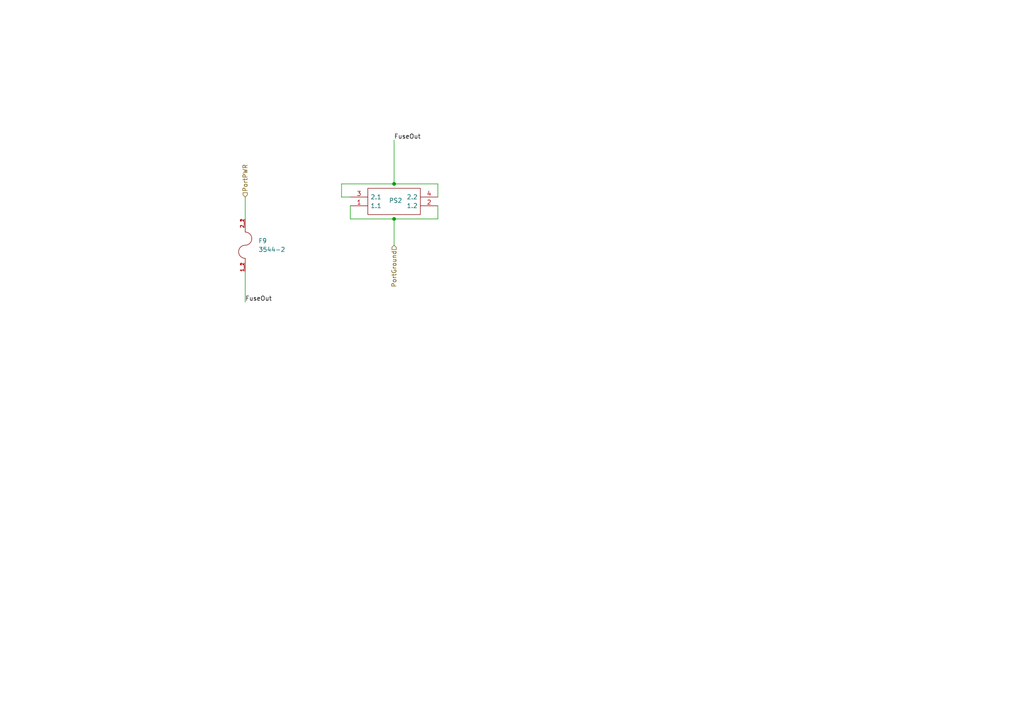
<source format=kicad_sch>
(kicad_sch (version 20250114) (generator "eeschema") (generator_version "9.0")
  (paper "A4")
  (lib_symbols
    (symbol "2604-1102:2604-1102" (pin_names (offset 0.762))
      (property "Reference" "J" (at 21.59 7.62 0))
      (property "Value" "2604-1102" (at 21.59 5.08 0))
      (symbol "2604-1102_0_0"
        (pin passive line (at 0 0 0) (length 5.08) (name "1.1") (number "1"))
        (pin passive line (at 0 -2.54 0) (length 5.08) (name "2.1") (number "3"))
        (pin passive line (at 25.4 0 180) (length 5.08) (name "1.2") (number "2"))
        (pin passive line (at 25.4 -2.54 180) (length 5.08) (name "2.2") (number "4"))
      )
      (symbol "2604-1102_0_1"
        (polyline (pts (xy 5.08 2.54) (xy 20.32 2.54) (xy 20.32 -5.08) (xy 5.08 -5.08) (xy 5.08 2.54)) (stroke (width 0.1524)))
      )
    )
    (symbol "3544-2:3544-2" (pin_names (offset 1.016))
      (property "Reference" "F" (at -5.08 3.302 0))
      (property "Value" "3544-2" (at -5.08 -5.08 0))
      (symbol "3544-2_0_0"
        (polyline (pts (xy -5.08 0) (xy -3.81 0)) (stroke (width 0.1524)))
        (arc (start -3.81 0) (mid -1.905 1.8967) (end 0 0) (stroke (width 0.1524)))
        (arc (start 3.81 0) (mid 1.905 -1.8967) (end 0 0) (stroke (width 0.1524)))
        (polyline (pts (xy 5.08 0) (xy 3.81 0)) (stroke (width 0.1524)))
        (pin passive line (at -7.62 0 0) (length 2.54) (name "~") (number "1_1"))
        (pin passive line (at -7.62 0 0) (length 2.54) (name "~") (number "1_2"))
        (pin passive line (at 7.62 0 180) (length 2.54) (name "~") (number "2_1"))
        (pin passive line (at 7.62 0 180) (length 2.54) (name "~") (number "2_2"))
      )
    )
  )
  (junction (at 114.3 53.34))
  (junction (at 114.3 63.5))
  (wire (pts (xy 101.6 63.5) (xy 114.3 63.5)))
  (wire (pts (xy 71.12 78.74) (xy 71.12 87.63)))
  (wire (pts (xy 114.3 63.5) (xy 114.3 71.12)))
  (wire (pts (xy 114.3 53.34) (xy 127 53.34)))
  (wire (pts (xy 127 59.69) (xy 127 63.5)))
  (wire (pts (xy 99.06 53.34) (xy 99.06 57.15)))
  (wire (pts (xy 99.06 57.15) (xy 101.6 57.15)))
  (wire (pts (xy 127 57.15) (xy 127 53.34)))
  (wire (pts (xy 99.06 53.34) (xy 114.3 53.34)))
  (wire (pts (xy 114.3 40.64) (xy 114.3 53.34)))
  (wire (pts (xy 71.12 57.15) (xy 71.12 63.5)))
  (wire (pts (xy 114.3 63.5) (xy 127 63.5)))
  (wire (pts (xy 101.6 63.5) (xy 101.6 59.69)))
  (label "FuseOut" (at 114.3 40.64 0))
  (label "FuseOut" (at 71.12 87.63 0))
  (hierarchical_label "PortGround" (shape input) (at 114.3 71.12 270))
  (hierarchical_label "PortPWR" (shape input) (at 71.12 57.15 90))
  (symbol (lib_id "2604-1102:2604-1102") (at 101.6 59.69 0) (mirror x) (unit 1)
    (property "Reference" "PS1" (at 112.776 58.166 0) (effects (justify left)))
    (property "Value" "2604-1102" (effects (hide yes)))
    (property "Footprint" "Customconnectors:26041102" (effects (hide yes)))
    (property "Datasheet" "https://www.wago.com/2604-1102" (effects (hide yes)))
    (property "Description" "PCB terminal block; lever; 4 mm; Pin spacing 5 mm; 2-pole; Push-in CAGE CLAMP" (effects (hide yes)))
    (property "Description_1" "PCB terminal block; lever; 4 mm; Pin spacing 5 mm; 2-pole; Push-in CAGE CLAMP" (effects (hide yes)))
    (property "Height" "16.7" (effects (hide yes)))
    (property "Manufacturer_Name" "Wago" (effects (hide yes)))
    (property "Manufacturer_Part_Number" "2604-1102" (effects (hide yes)))
    (property "Arrow Part Number" "2604-1102" (effects (hide yes)))
    (property "Arrow Price/Stock" "https://www.arrow.com/en/products/2604-1102/wago-kontakttechnik-gmbh?utm_currency=USD&region=nac" (effects (hide yes)))
    (property "LCSC Part #" "C3309286" (effects (hide yes)))
    (instances (project "PD Board Fused" (path "" (reference "PS2") (unit 1)) (path "" (reference "PS1") (unit 1))))
  )
  (symbol (lib_id "3544-2:3544-2") (at 71.12 71.12 90) (unit 1)
    (property "Reference" "F1" (at 74.93 69.8499 90) (effects (justify right)))
    (property "Value" "3544-2" (at 74.93 72.3899 90) (effects (justify right)))
    (property "Footprint" "Customconnectors:FUSE_3544-2" (effects (hide yes)))
    (property "PARTREV" "C" (effects (hide yes)))
    (property "STANDARD" "Manufacturer Recommendations" (effects (hide yes)))
    (property "SNAPEDA_PN" "3544-2" (effects (hide yes)))
    (property "MAXIMUM_PACKAGE_HEIGHT" "9.02mm" (effects (hide yes)))
    (property "MANUFACTURER" "Keystone" (effects (hide yes)))
    (instances (project "PD Board Fused" (path "" (reference "F9") (unit 1)) (path "" (reference "F1") (unit 1))))
  )
)
</source>
